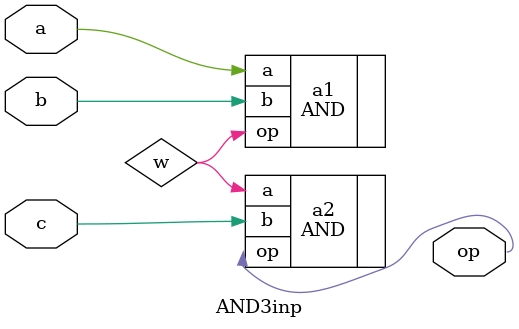
<source format=v>
`timescale 1ns / 1ps

module AND3inp(
    input a,
    input b,
    input c,
    output op
    );
    wire w;
    AND a1(.a(a), .b(b), .op(w));
    AND a2(.a(w), .b(c), .op(op) );
endmodule


</source>
